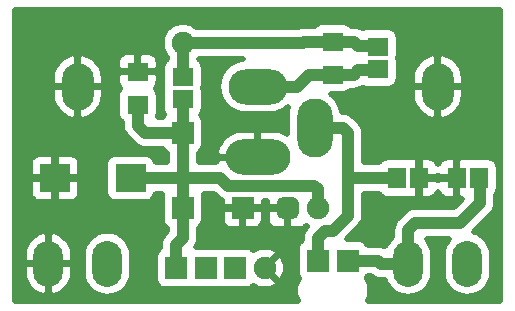
<source format=gbr>
G04 #@! TF.GenerationSoftware,KiCad,Pcbnew,5.1.6-c6e7f7d~87~ubuntu19.10.1*
G04 #@! TF.CreationDate,2022-07-30T15:18:02+06:00*
G04 #@! TF.ProjectId,1590N1_connector_board_r1b,31353930-4e31-45f6-936f-6e6e6563746f,1B*
G04 #@! TF.SameCoordinates,Original*
G04 #@! TF.FileFunction,Copper,L1,Top*
G04 #@! TF.FilePolarity,Positive*
%FSLAX46Y46*%
G04 Gerber Fmt 4.6, Leading zero omitted, Abs format (unit mm)*
G04 Created by KiCad (PCBNEW 5.1.6-c6e7f7d~87~ubuntu19.10.1) date 2022-07-30 15:18:02*
%MOMM*%
%LPD*%
G01*
G04 APERTURE LIST*
G04 #@! TA.AperFunction,SMDPad,CuDef*
%ADD10R,1.800000X1.600000*%
G04 #@! TD*
G04 #@! TA.AperFunction,SMDPad,CuDef*
%ADD11R,1.600000X1.800000*%
G04 #@! TD*
G04 #@! TA.AperFunction,ComponentPad*
%ADD12R,1.900000X1.900000*%
G04 #@! TD*
G04 #@! TA.AperFunction,ComponentPad*
%ADD13C,1.900000*%
G04 #@! TD*
G04 #@! TA.AperFunction,ComponentPad*
%ADD14O,5.000000X3.000000*%
G04 #@! TD*
G04 #@! TA.AperFunction,ComponentPad*
%ADD15O,3.000000X5.000000*%
G04 #@! TD*
G04 #@! TA.AperFunction,ComponentPad*
%ADD16O,5.500000X3.000000*%
G04 #@! TD*
G04 #@! TA.AperFunction,ComponentPad*
%ADD17O,2.700000X4.000000*%
G04 #@! TD*
G04 #@! TA.AperFunction,ComponentPad*
%ADD18O,2.500000X3.900000*%
G04 #@! TD*
G04 #@! TA.AperFunction,SMDPad,CuDef*
%ADD19R,2.600000X2.400000*%
G04 #@! TD*
G04 #@! TA.AperFunction,Conductor*
%ADD20C,1.000000*%
G04 #@! TD*
G04 #@! TA.AperFunction,Conductor*
%ADD21C,0.500000*%
G04 #@! TD*
G04 APERTURE END LIST*
D10*
X99060000Y-141925000D03*
X99060000Y-143825000D03*
X115570000Y-141285000D03*
X115570000Y-139385000D03*
D11*
X117160000Y-150495000D03*
X119060000Y-150495000D03*
X124140000Y-150495000D03*
X122240000Y-150495000D03*
D12*
X113030000Y-157480000D03*
G04 #@! TA.AperFunction,ComponentPad*
G36*
G01*
X108900000Y-152655000D02*
X108900000Y-153415000D01*
G75*
G02*
X108330000Y-153985000I-570000J0D01*
G01*
X107570000Y-153985000D01*
G75*
G02*
X107000000Y-153415000I0J570000D01*
G01*
X107000000Y-152655000D01*
G75*
G02*
X107570000Y-152085000I570000J0D01*
G01*
X108330000Y-152085000D01*
G75*
G02*
X108900000Y-152655000I0J-570000D01*
G01*
G37*
G04 #@! TD.AperFunction*
D13*
X110490000Y-153035000D03*
D12*
X110490000Y-157480000D03*
X99060000Y-153035000D03*
X104140000Y-153035000D03*
D13*
X105985000Y-158115000D03*
D12*
X103485000Y-158115000D03*
X100985000Y-158115000D03*
X98485000Y-158115000D03*
X99060000Y-146685000D03*
D13*
X99060000Y-139065000D03*
D14*
X105410000Y-142755000D03*
D15*
X110210000Y-146255000D03*
D16*
X105410000Y-148755000D03*
D17*
X90170000Y-142755000D03*
D18*
X92670000Y-157755000D03*
X87670000Y-157755000D03*
X118150000Y-157755000D03*
X123150000Y-157755000D03*
D17*
X120650000Y-142755000D03*
D10*
X95250000Y-141475000D03*
X95250000Y-144275000D03*
X111760000Y-141735000D03*
X111760000Y-138935000D03*
D19*
X94640000Y-150495000D03*
X88240000Y-150495000D03*
D20*
X113030000Y-146685000D02*
X113030000Y-150495000D01*
X112600000Y-146255000D02*
X113030000Y-146685000D01*
X110210000Y-146255000D02*
X112600000Y-146255000D01*
X117060000Y-150495000D02*
X113030000Y-150495000D01*
X110490000Y-155575000D02*
X110490000Y-157480000D01*
X111125000Y-154940000D02*
X110490000Y-155575000D01*
X111760000Y-154940000D02*
X111125000Y-154940000D01*
X113030000Y-153670000D02*
X111760000Y-154940000D01*
X113030000Y-150495000D02*
X113030000Y-153670000D01*
X118150000Y-157755000D02*
X115845000Y-157755000D01*
X115570000Y-157480000D02*
X115845000Y-157755000D01*
X113030000Y-157480000D02*
X115570000Y-157480000D01*
X124240000Y-152620000D02*
X124240000Y-150495000D01*
X122555000Y-154305000D02*
X124240000Y-152620000D01*
X118745000Y-154305000D02*
X122555000Y-154305000D01*
X118150000Y-154900000D02*
X118745000Y-154305000D01*
X118150000Y-157755000D02*
X118150000Y-154900000D01*
X99060000Y-143925000D02*
X99060000Y-146685000D01*
X99060000Y-153035000D02*
X99060000Y-155575000D01*
X98485000Y-156150000D02*
X99060000Y-155575000D01*
X98485000Y-158115000D02*
X98485000Y-156150000D01*
X94640000Y-150495000D02*
X99060000Y-150495000D01*
X99060000Y-150495000D02*
X99060000Y-153035000D01*
X99060000Y-146685000D02*
X99060000Y-150495000D01*
X110490000Y-151447500D02*
X110490000Y-153035000D01*
X110172500Y-151130000D02*
X110490000Y-151447500D01*
X102870000Y-151130000D02*
X110172500Y-151130000D01*
X102235000Y-150495000D02*
X102870000Y-151130000D01*
X99060000Y-150495000D02*
X102235000Y-150495000D01*
X95250000Y-144275000D02*
X95250000Y-146050000D01*
X95250000Y-146050000D02*
X95885000Y-146685000D01*
X99060000Y-146685000D02*
X95885000Y-146685000D01*
X99060000Y-141825000D02*
X99060000Y-139065000D01*
X109220000Y-139065000D02*
X99060000Y-139065000D01*
X115570000Y-139285000D02*
X113885000Y-139285000D01*
X113535000Y-138935000D02*
X113885000Y-139285000D01*
X111760000Y-138935000D02*
X113535000Y-138935000D01*
X109350000Y-138935000D02*
X109220000Y-139065000D01*
X111760000Y-138935000D02*
X109350000Y-138935000D01*
X105410000Y-142755000D02*
X108705000Y-142755000D01*
X115570000Y-141385000D02*
X113885000Y-141385000D01*
X113535000Y-141735000D02*
X113885000Y-141385000D01*
X111760000Y-141735000D02*
X113535000Y-141735000D01*
X109725000Y-141735000D02*
X108705000Y-142755000D01*
X111760000Y-141735000D02*
X109725000Y-141735000D01*
D21*
G36*
X125950001Y-160875000D02*
G01*
X114744034Y-160875000D01*
X114867325Y-160577347D01*
X114940755Y-160208193D01*
X114940755Y-159831807D01*
X114867325Y-159462653D01*
X114723289Y-159114918D01*
X114630933Y-158976697D01*
X114690168Y-158904519D01*
X114730000Y-158830000D01*
X115026874Y-158830000D01*
X115091351Y-158882915D01*
X115325878Y-159008272D01*
X115580354Y-159085467D01*
X115778679Y-159105000D01*
X115778681Y-159105000D01*
X115845000Y-159111532D01*
X115911319Y-159105000D01*
X116152681Y-159105000D01*
X116200466Y-159262524D01*
X116395466Y-159627343D01*
X116657892Y-159947109D01*
X116977658Y-160209535D01*
X117342477Y-160404535D01*
X117738329Y-160524615D01*
X118150000Y-160565161D01*
X118561672Y-160524615D01*
X118957524Y-160404535D01*
X119322343Y-160209535D01*
X119642109Y-159947109D01*
X119904535Y-159627343D01*
X120099535Y-159262524D01*
X120219615Y-158866671D01*
X120250000Y-158558166D01*
X120250000Y-156951833D01*
X120219615Y-156643328D01*
X120099535Y-156247476D01*
X119904535Y-155882657D01*
X119717701Y-155655000D01*
X121582299Y-155655000D01*
X121395465Y-155882657D01*
X121200465Y-156247477D01*
X121080385Y-156643329D01*
X121050000Y-156951834D01*
X121050000Y-158558167D01*
X121080385Y-158866672D01*
X121200466Y-159262524D01*
X121395466Y-159627343D01*
X121657892Y-159947109D01*
X121977658Y-160209535D01*
X122342477Y-160404535D01*
X122738329Y-160524615D01*
X123150000Y-160565161D01*
X123561672Y-160524615D01*
X123957524Y-160404535D01*
X124322343Y-160209535D01*
X124642109Y-159947109D01*
X124904535Y-159627343D01*
X125099535Y-159262524D01*
X125219615Y-158866671D01*
X125250000Y-158558166D01*
X125250000Y-156951833D01*
X125219615Y-156643328D01*
X125099535Y-156247476D01*
X124904535Y-155882657D01*
X124642109Y-155562891D01*
X124322343Y-155300465D01*
X123957523Y-155105465D01*
X123732103Y-155037085D01*
X125147706Y-153621483D01*
X125199212Y-153579213D01*
X125241483Y-153527706D01*
X125241490Y-153527699D01*
X125367915Y-153373650D01*
X125493271Y-153139123D01*
X125493272Y-153139122D01*
X125570467Y-152884646D01*
X125590000Y-152686321D01*
X125590000Y-152686319D01*
X125596532Y-152620000D01*
X125590000Y-152553681D01*
X125590000Y-151942834D01*
X125650168Y-151869519D01*
X125729097Y-151721855D01*
X125777700Y-151561629D01*
X125794112Y-151395000D01*
X125794112Y-149595000D01*
X125777700Y-149428371D01*
X125729097Y-149268145D01*
X125650168Y-149120481D01*
X125543948Y-148991052D01*
X125414519Y-148884832D01*
X125266855Y-148805903D01*
X125106629Y-148757300D01*
X124940000Y-148740888D01*
X123340000Y-148740888D01*
X123190005Y-148755662D01*
X123040000Y-148740887D01*
X122502500Y-148745000D01*
X122290000Y-148957500D01*
X122290000Y-150445000D01*
X122310000Y-150445000D01*
X122310000Y-150545000D01*
X122290000Y-150545000D01*
X122290000Y-152032500D01*
X122502500Y-152245000D01*
X122704267Y-152246544D01*
X121995812Y-152955000D01*
X118811310Y-152955000D01*
X118744999Y-152948469D01*
X118678688Y-152955000D01*
X118678679Y-152955000D01*
X118480354Y-152974533D01*
X118225878Y-153051728D01*
X117991351Y-153177085D01*
X117785787Y-153345787D01*
X117743510Y-153397302D01*
X117242299Y-153898513D01*
X117190788Y-153940787D01*
X117148514Y-153992298D01*
X117148510Y-153992302D01*
X117022085Y-154146351D01*
X116896729Y-154380878D01*
X116819534Y-154635354D01*
X116793468Y-154900000D01*
X116800001Y-154966329D01*
X116800001Y-155446264D01*
X116657891Y-155562891D01*
X116395465Y-155882657D01*
X116200465Y-156247477D01*
X116190346Y-156280833D01*
X116089122Y-156226728D01*
X115834646Y-156149533D01*
X115636321Y-156130000D01*
X115636319Y-156130000D01*
X115570000Y-156123468D01*
X115503681Y-156130000D01*
X114730000Y-156130000D01*
X114690168Y-156055481D01*
X114583948Y-155926052D01*
X114454519Y-155819832D01*
X114306855Y-155740903D01*
X114146629Y-155692300D01*
X113980000Y-155675888D01*
X112933300Y-155675888D01*
X113937702Y-154671487D01*
X113989213Y-154629213D01*
X114031487Y-154577702D01*
X114031490Y-154577699D01*
X114157915Y-154423650D01*
X114283271Y-154189123D01*
X114283272Y-154189122D01*
X114360467Y-153934646D01*
X114380000Y-153736321D01*
X114380000Y-153736312D01*
X114386531Y-153670001D01*
X114380000Y-153603690D01*
X114380000Y-151845000D01*
X115636726Y-151845000D01*
X115649832Y-151869519D01*
X115756052Y-151998948D01*
X115885481Y-152105168D01*
X116033145Y-152184097D01*
X116193371Y-152232700D01*
X116360000Y-152249112D01*
X117960000Y-152249112D01*
X118109995Y-152234338D01*
X118260000Y-152249113D01*
X118797500Y-152245000D01*
X119010000Y-152032500D01*
X119010000Y-150545000D01*
X119110000Y-150545000D01*
X119110000Y-152032500D01*
X119322500Y-152245000D01*
X119860000Y-152249113D01*
X120026629Y-152232701D01*
X120186855Y-152184098D01*
X120334520Y-152105169D01*
X120463949Y-151998949D01*
X120570169Y-151869520D01*
X120649098Y-151721855D01*
X120650000Y-151718881D01*
X120650902Y-151721855D01*
X120729831Y-151869520D01*
X120836051Y-151998949D01*
X120965480Y-152105169D01*
X121113145Y-152184098D01*
X121273371Y-152232701D01*
X121440000Y-152249113D01*
X121977500Y-152245000D01*
X122190000Y-152032500D01*
X122190000Y-150545000D01*
X120802500Y-150545000D01*
X120650000Y-150697500D01*
X120497500Y-150545000D01*
X119110000Y-150545000D01*
X119010000Y-150545000D01*
X118990000Y-150545000D01*
X118990000Y-150445000D01*
X119010000Y-150445000D01*
X119010000Y-148957500D01*
X119110000Y-148957500D01*
X119110000Y-150445000D01*
X120497500Y-150445000D01*
X120650000Y-150292500D01*
X120802500Y-150445000D01*
X122190000Y-150445000D01*
X122190000Y-148957500D01*
X121977500Y-148745000D01*
X121440000Y-148740887D01*
X121273371Y-148757299D01*
X121113145Y-148805902D01*
X120965480Y-148884831D01*
X120836051Y-148991051D01*
X120729831Y-149120480D01*
X120650902Y-149268145D01*
X120650000Y-149271119D01*
X120649098Y-149268145D01*
X120570169Y-149120480D01*
X120463949Y-148991051D01*
X120334520Y-148884831D01*
X120186855Y-148805902D01*
X120026629Y-148757299D01*
X119860000Y-148740887D01*
X119322500Y-148745000D01*
X119110000Y-148957500D01*
X119010000Y-148957500D01*
X118797500Y-148745000D01*
X118260000Y-148740887D01*
X118109995Y-148755662D01*
X117960000Y-148740888D01*
X116360000Y-148740888D01*
X116193371Y-148757300D01*
X116033145Y-148805903D01*
X115885481Y-148884832D01*
X115756052Y-148991052D01*
X115649832Y-149120481D01*
X115636726Y-149145000D01*
X114380000Y-149145000D01*
X114380000Y-146751319D01*
X114386532Y-146685000D01*
X114370246Y-146519646D01*
X114360467Y-146420354D01*
X114283272Y-146165878D01*
X114157915Y-145931351D01*
X114037945Y-145785168D01*
X114031490Y-145777302D01*
X114031487Y-145777299D01*
X113989212Y-145725787D01*
X113937701Y-145683513D01*
X113601491Y-145347303D01*
X113559213Y-145295787D01*
X113353649Y-145127085D01*
X113119122Y-145001728D01*
X112864646Y-144924533D01*
X112666321Y-144905000D01*
X112666319Y-144905000D01*
X112600000Y-144898468D01*
X112536867Y-144904686D01*
X112525997Y-144794320D01*
X112391621Y-144351343D01*
X112173407Y-143943093D01*
X111879741Y-143585259D01*
X111640734Y-143389112D01*
X112660000Y-143389112D01*
X112826629Y-143372700D01*
X112986855Y-143324097D01*
X113134519Y-143245168D01*
X113263948Y-143138948D01*
X113308222Y-143085000D01*
X113468681Y-143085000D01*
X113535000Y-143091532D01*
X113601319Y-143085000D01*
X113601321Y-143085000D01*
X113799646Y-143065467D01*
X114054122Y-142988272D01*
X114288649Y-142862915D01*
X114301892Y-142852047D01*
X114343145Y-142874097D01*
X114503371Y-142922700D01*
X114670000Y-142939112D01*
X116470000Y-142939112D01*
X116636629Y-142922700D01*
X116796855Y-142874097D01*
X116926124Y-142805000D01*
X118450000Y-142805000D01*
X118450000Y-143455000D01*
X118502027Y-143883238D01*
X118636599Y-144293098D01*
X118848545Y-144668828D01*
X119129720Y-144995990D01*
X119469319Y-145262011D01*
X119854290Y-145456668D01*
X120256549Y-145569532D01*
X120600000Y-145391871D01*
X120600000Y-142805000D01*
X120700000Y-142805000D01*
X120700000Y-145391871D01*
X121043451Y-145569532D01*
X121445710Y-145456668D01*
X121830681Y-145262011D01*
X122170280Y-144995990D01*
X122451455Y-144668828D01*
X122663401Y-144293098D01*
X122797973Y-143883238D01*
X122850000Y-143455000D01*
X122850000Y-142805000D01*
X120700000Y-142805000D01*
X120600000Y-142805000D01*
X118450000Y-142805000D01*
X116926124Y-142805000D01*
X116944519Y-142795168D01*
X117073948Y-142688948D01*
X117180168Y-142559519D01*
X117259097Y-142411855D01*
X117307700Y-142251629D01*
X117324112Y-142085000D01*
X117324112Y-142055000D01*
X118450000Y-142055000D01*
X118450000Y-142705000D01*
X120600000Y-142705000D01*
X120600000Y-140118129D01*
X120700000Y-140118129D01*
X120700000Y-142705000D01*
X122850000Y-142705000D01*
X122850000Y-142055000D01*
X122797973Y-141626762D01*
X122663401Y-141216902D01*
X122451455Y-140841172D01*
X122170280Y-140514010D01*
X121830681Y-140247989D01*
X121445710Y-140053332D01*
X121043451Y-139940468D01*
X120700000Y-140118129D01*
X120600000Y-140118129D01*
X120256549Y-139940468D01*
X119854290Y-140053332D01*
X119469319Y-140247989D01*
X119129720Y-140514010D01*
X118848545Y-140841172D01*
X118636599Y-141216902D01*
X118502027Y-141626762D01*
X118450000Y-142055000D01*
X117324112Y-142055000D01*
X117324112Y-140485000D01*
X117309338Y-140335000D01*
X117324112Y-140185000D01*
X117324112Y-138585000D01*
X117307700Y-138418371D01*
X117259097Y-138258145D01*
X117180168Y-138110481D01*
X117073948Y-137981052D01*
X116944519Y-137874832D01*
X116796855Y-137795903D01*
X116636629Y-137747300D01*
X116470000Y-137730888D01*
X114670000Y-137730888D01*
X114503371Y-137747300D01*
X114343145Y-137795903D01*
X114301892Y-137817953D01*
X114288649Y-137807085D01*
X114054122Y-137681728D01*
X113799646Y-137604533D01*
X113601321Y-137585000D01*
X113601319Y-137585000D01*
X113535000Y-137578468D01*
X113468681Y-137585000D01*
X113308222Y-137585000D01*
X113263948Y-137531052D01*
X113134519Y-137424832D01*
X112986855Y-137345903D01*
X112826629Y-137297300D01*
X112660000Y-137280888D01*
X110860000Y-137280888D01*
X110693371Y-137297300D01*
X110533145Y-137345903D01*
X110385481Y-137424832D01*
X110256052Y-137531052D01*
X110211778Y-137585000D01*
X109416319Y-137585000D01*
X109350000Y-137578468D01*
X109283681Y-137585000D01*
X109283679Y-137585000D01*
X109085354Y-137604533D01*
X108830878Y-137681728D01*
X108768630Y-137715000D01*
X100255584Y-137715000D01*
X100207433Y-137666849D01*
X99912620Y-137469861D01*
X99585041Y-137334173D01*
X99237284Y-137265000D01*
X98882716Y-137265000D01*
X98534959Y-137334173D01*
X98207380Y-137469861D01*
X97912567Y-137666849D01*
X97661849Y-137917567D01*
X97464861Y-138212380D01*
X97329173Y-138539959D01*
X97260000Y-138887716D01*
X97260000Y-139242284D01*
X97329173Y-139590041D01*
X97464861Y-139917620D01*
X97661849Y-140212433D01*
X97710001Y-140260585D01*
X97710001Y-140401726D01*
X97685481Y-140414832D01*
X97556052Y-140521052D01*
X97449832Y-140650481D01*
X97370903Y-140798145D01*
X97322300Y-140958371D01*
X97305888Y-141125000D01*
X97305888Y-142725000D01*
X97320662Y-142875000D01*
X97305888Y-143025000D01*
X97305888Y-144625000D01*
X97322300Y-144791629D01*
X97370903Y-144951855D01*
X97449832Y-145099519D01*
X97490881Y-145149538D01*
X97399832Y-145260481D01*
X97360000Y-145335000D01*
X96959377Y-145335000D01*
X96987700Y-145241629D01*
X97004112Y-145075000D01*
X97004112Y-143475000D01*
X96987700Y-143308371D01*
X96939097Y-143148145D01*
X96860168Y-143000481D01*
X96757189Y-142875001D01*
X96860169Y-142749520D01*
X96939098Y-142601855D01*
X96987701Y-142441629D01*
X97004113Y-142275000D01*
X97000000Y-141737500D01*
X96787500Y-141525000D01*
X95300000Y-141525000D01*
X95300000Y-141545000D01*
X95200000Y-141545000D01*
X95200000Y-141525000D01*
X93712500Y-141525000D01*
X93500000Y-141737500D01*
X93495887Y-142275000D01*
X93512299Y-142441629D01*
X93560902Y-142601855D01*
X93639831Y-142749520D01*
X93742811Y-142875001D01*
X93639832Y-143000481D01*
X93560903Y-143148145D01*
X93512300Y-143308371D01*
X93495888Y-143475000D01*
X93495888Y-145075000D01*
X93512300Y-145241629D01*
X93560903Y-145401855D01*
X93639832Y-145549519D01*
X93746052Y-145678948D01*
X93875481Y-145785168D01*
X93900000Y-145798274D01*
X93900000Y-145983681D01*
X93893468Y-146050000D01*
X93919534Y-146314646D01*
X93996729Y-146569122D01*
X94122085Y-146803649D01*
X94248510Y-146957698D01*
X94248514Y-146957702D01*
X94290788Y-147009213D01*
X94342300Y-147051487D01*
X94883505Y-147592692D01*
X94925787Y-147644213D01*
X95131351Y-147812915D01*
X95248615Y-147875594D01*
X95365877Y-147938272D01*
X95425105Y-147956239D01*
X95620354Y-148015467D01*
X95818679Y-148035000D01*
X95818681Y-148035000D01*
X95885000Y-148041532D01*
X95951319Y-148035000D01*
X97360000Y-148035000D01*
X97399832Y-148109519D01*
X97506052Y-148238948D01*
X97635481Y-148345168D01*
X97710000Y-148385000D01*
X97710001Y-149145000D01*
X96779338Y-149145000D01*
X96777700Y-149128371D01*
X96729097Y-148968145D01*
X96650168Y-148820481D01*
X96543948Y-148691052D01*
X96414519Y-148584832D01*
X96266855Y-148505903D01*
X96106629Y-148457300D01*
X95940000Y-148440888D01*
X93340000Y-148440888D01*
X93173371Y-148457300D01*
X93013145Y-148505903D01*
X92865481Y-148584832D01*
X92736052Y-148691052D01*
X92629832Y-148820481D01*
X92550903Y-148968145D01*
X92502300Y-149128371D01*
X92485888Y-149295000D01*
X92485888Y-151695000D01*
X92502300Y-151861629D01*
X92550903Y-152021855D01*
X92629832Y-152169519D01*
X92736052Y-152298948D01*
X92865481Y-152405168D01*
X93013145Y-152484097D01*
X93173371Y-152532700D01*
X93340000Y-152549112D01*
X95940000Y-152549112D01*
X96106629Y-152532700D01*
X96266855Y-152484097D01*
X96414519Y-152405168D01*
X96543948Y-152298948D01*
X96650168Y-152169519D01*
X96729097Y-152021855D01*
X96777700Y-151861629D01*
X96779338Y-151845000D01*
X97294556Y-151845000D01*
X97272300Y-151918371D01*
X97255888Y-152085000D01*
X97255888Y-153985000D01*
X97272300Y-154151629D01*
X97320903Y-154311855D01*
X97399832Y-154459519D01*
X97506052Y-154588948D01*
X97635481Y-154695168D01*
X97710001Y-154735000D01*
X97710001Y-155015812D01*
X97577300Y-155148512D01*
X97525788Y-155190787D01*
X97483514Y-155242298D01*
X97483510Y-155242302D01*
X97357085Y-155396351D01*
X97231729Y-155630878D01*
X97154534Y-155885354D01*
X97128468Y-156150000D01*
X97135001Y-156216328D01*
X97135001Y-156415000D01*
X97060481Y-156454832D01*
X96931052Y-156561052D01*
X96824832Y-156690481D01*
X96745903Y-156838145D01*
X96697300Y-156998371D01*
X96680888Y-157165000D01*
X96680888Y-159065000D01*
X96697300Y-159231629D01*
X96745903Y-159391855D01*
X96824832Y-159539519D01*
X96931052Y-159668948D01*
X97060481Y-159775168D01*
X97208145Y-159854097D01*
X97368371Y-159902700D01*
X97535000Y-159919112D01*
X99435000Y-159919112D01*
X99601629Y-159902700D01*
X99735000Y-159862243D01*
X99868371Y-159902700D01*
X100035000Y-159919112D01*
X101935000Y-159919112D01*
X102101629Y-159902700D01*
X102235000Y-159862243D01*
X102368371Y-159902700D01*
X102535000Y-159919112D01*
X104435000Y-159919112D01*
X104601629Y-159902700D01*
X104761855Y-159854097D01*
X104909519Y-159775168D01*
X105038948Y-159668948D01*
X105050233Y-159655197D01*
X105273463Y-159777873D01*
X105611545Y-159884735D01*
X105963979Y-159923587D01*
X106317221Y-159892936D01*
X106657695Y-159793961D01*
X106972318Y-159630463D01*
X107007276Y-159607107D01*
X107077781Y-159278492D01*
X105985000Y-158185711D01*
X105970858Y-158199853D01*
X105900147Y-158129142D01*
X105914289Y-158115000D01*
X106055711Y-158115000D01*
X107148492Y-159207781D01*
X107477107Y-159137276D01*
X107647873Y-158826537D01*
X107754735Y-158488455D01*
X107793587Y-158136021D01*
X107762936Y-157782779D01*
X107663961Y-157442305D01*
X107500463Y-157127682D01*
X107477107Y-157092724D01*
X107148492Y-157022219D01*
X106055711Y-158115000D01*
X105914289Y-158115000D01*
X105900147Y-158100858D01*
X105970858Y-158030147D01*
X105985000Y-158044289D01*
X107077781Y-156951508D01*
X107007276Y-156622893D01*
X106696537Y-156452127D01*
X106358455Y-156345265D01*
X106006021Y-156306413D01*
X105652779Y-156337064D01*
X105312305Y-156436039D01*
X105048752Y-156572998D01*
X105038948Y-156561052D01*
X104909519Y-156454832D01*
X104761855Y-156375903D01*
X104601629Y-156327300D01*
X104435000Y-156310888D01*
X102535000Y-156310888D01*
X102368371Y-156327300D01*
X102235000Y-156367757D01*
X102101629Y-156327300D01*
X101935000Y-156310888D01*
X100197408Y-156310888D01*
X100313272Y-156094122D01*
X100390467Y-155839646D01*
X100410000Y-155641321D01*
X100410000Y-155641319D01*
X100416532Y-155575000D01*
X100410000Y-155508679D01*
X100410000Y-154735000D01*
X100484519Y-154695168D01*
X100613948Y-154588948D01*
X100720168Y-154459519D01*
X100799097Y-154311855D01*
X100847700Y-154151629D01*
X100864112Y-153985000D01*
X102335887Y-153985000D01*
X102352299Y-154151629D01*
X102400902Y-154311855D01*
X102479831Y-154459520D01*
X102586051Y-154588949D01*
X102715480Y-154695169D01*
X102863145Y-154774098D01*
X103023371Y-154822701D01*
X103190000Y-154839113D01*
X103877500Y-154835000D01*
X104090000Y-154622500D01*
X104090000Y-153085000D01*
X104190000Y-153085000D01*
X104190000Y-154622500D01*
X104402500Y-154835000D01*
X105090000Y-154839113D01*
X105256629Y-154822701D01*
X105416855Y-154774098D01*
X105564520Y-154695169D01*
X105693949Y-154588949D01*
X105800169Y-154459520D01*
X105879098Y-154311855D01*
X105927701Y-154151629D01*
X105944113Y-153985000D01*
X106145887Y-153985000D01*
X106162299Y-154151629D01*
X106210902Y-154311855D01*
X106289831Y-154459520D01*
X106396051Y-154588949D01*
X106525480Y-154695169D01*
X106673145Y-154774098D01*
X106833371Y-154822701D01*
X107000000Y-154839113D01*
X107687500Y-154835000D01*
X107900000Y-154622500D01*
X107900000Y-153085000D01*
X106362500Y-153085000D01*
X106150000Y-153297500D01*
X106145887Y-153985000D01*
X105944113Y-153985000D01*
X105940000Y-153297500D01*
X105727500Y-153085000D01*
X104190000Y-153085000D01*
X104090000Y-153085000D01*
X102552500Y-153085000D01*
X102340000Y-153297500D01*
X102335887Y-153985000D01*
X100864112Y-153985000D01*
X100864112Y-152085000D01*
X100847700Y-151918371D01*
X100825444Y-151845000D01*
X101675813Y-151845000D01*
X101868505Y-152037692D01*
X101910787Y-152089213D01*
X102116351Y-152257915D01*
X102233614Y-152320593D01*
X102337629Y-152376191D01*
X102340000Y-152772500D01*
X102552500Y-152985000D01*
X104090000Y-152985000D01*
X104090000Y-152965000D01*
X104190000Y-152965000D01*
X104190000Y-152985000D01*
X105727500Y-152985000D01*
X105940000Y-152772500D01*
X105941750Y-152480000D01*
X106148250Y-152480000D01*
X106150000Y-152772500D01*
X106362500Y-152985000D01*
X107900000Y-152985000D01*
X107900000Y-152965000D01*
X108000000Y-152965000D01*
X108000000Y-152985000D01*
X108020000Y-152985000D01*
X108020000Y-153085000D01*
X108000000Y-153085000D01*
X108000000Y-154622500D01*
X108212500Y-154835000D01*
X108900000Y-154839113D01*
X109066629Y-154822701D01*
X109226855Y-154774098D01*
X109374520Y-154695169D01*
X109503949Y-154588949D01*
X109529372Y-154557971D01*
X109568985Y-154584439D01*
X109530787Y-154615788D01*
X109488513Y-154667299D01*
X109488510Y-154667302D01*
X109362085Y-154821351D01*
X109321796Y-154896728D01*
X109236728Y-155055879D01*
X109159533Y-155310355D01*
X109148821Y-155419122D01*
X109133468Y-155575000D01*
X109140000Y-155641320D01*
X109140000Y-155780000D01*
X109065481Y-155819832D01*
X108936052Y-155926052D01*
X108829832Y-156055481D01*
X108750903Y-156203145D01*
X108702300Y-156363371D01*
X108685888Y-156530000D01*
X108685888Y-158430000D01*
X108702300Y-158596629D01*
X108750903Y-158756855D01*
X108829832Y-158904519D01*
X108889067Y-158976697D01*
X108796711Y-159114918D01*
X108652675Y-159462653D01*
X108579245Y-159831807D01*
X108579245Y-160208193D01*
X108652675Y-160577347D01*
X108775966Y-160875000D01*
X84870000Y-160875000D01*
X84870000Y-157805000D01*
X85570000Y-157805000D01*
X85570000Y-158505000D01*
X85620105Y-158913729D01*
X85748987Y-159304829D01*
X85951692Y-159663271D01*
X86220431Y-159975280D01*
X86544876Y-160228865D01*
X86912559Y-160414281D01*
X87292196Y-160520736D01*
X87620000Y-160341838D01*
X87620000Y-157805000D01*
X87720000Y-157805000D01*
X87720000Y-160341838D01*
X88047804Y-160520736D01*
X88427441Y-160414281D01*
X88795124Y-160228865D01*
X89119569Y-159975280D01*
X89388308Y-159663271D01*
X89591013Y-159304829D01*
X89719895Y-158913729D01*
X89770000Y-158505000D01*
X89770000Y-157805000D01*
X87720000Y-157805000D01*
X87620000Y-157805000D01*
X85570000Y-157805000D01*
X84870000Y-157805000D01*
X84870000Y-157005000D01*
X85570000Y-157005000D01*
X85570000Y-157705000D01*
X87620000Y-157705000D01*
X87620000Y-155168162D01*
X87720000Y-155168162D01*
X87720000Y-157705000D01*
X89770000Y-157705000D01*
X89770000Y-157005000D01*
X89763483Y-156951834D01*
X90570000Y-156951834D01*
X90570000Y-158558167D01*
X90600385Y-158866672D01*
X90720466Y-159262524D01*
X90915466Y-159627343D01*
X91177892Y-159947109D01*
X91497658Y-160209535D01*
X91862477Y-160404535D01*
X92258329Y-160524615D01*
X92670000Y-160565161D01*
X93081672Y-160524615D01*
X93477524Y-160404535D01*
X93842343Y-160209535D01*
X94162109Y-159947109D01*
X94424535Y-159627343D01*
X94619535Y-159262524D01*
X94739615Y-158866671D01*
X94770000Y-158558166D01*
X94770000Y-156951833D01*
X94739615Y-156643328D01*
X94619535Y-156247476D01*
X94424535Y-155882657D01*
X94162109Y-155562891D01*
X93842343Y-155300465D01*
X93477523Y-155105465D01*
X93081671Y-154985385D01*
X92670000Y-154944839D01*
X92258328Y-154985385D01*
X91862476Y-155105465D01*
X91497657Y-155300465D01*
X91177891Y-155562891D01*
X90915465Y-155882657D01*
X90720465Y-156247477D01*
X90600385Y-156643329D01*
X90570000Y-156951834D01*
X89763483Y-156951834D01*
X89719895Y-156596271D01*
X89591013Y-156205171D01*
X89388308Y-155846729D01*
X89119569Y-155534720D01*
X88795124Y-155281135D01*
X88427441Y-155095719D01*
X88047804Y-154989264D01*
X87720000Y-155168162D01*
X87620000Y-155168162D01*
X87292196Y-154989264D01*
X86912559Y-155095719D01*
X86544876Y-155281135D01*
X86220431Y-155534720D01*
X85951692Y-155846729D01*
X85748987Y-156205171D01*
X85620105Y-156596271D01*
X85570000Y-157005000D01*
X84870000Y-157005000D01*
X84870000Y-151695000D01*
X86085887Y-151695000D01*
X86102299Y-151861629D01*
X86150902Y-152021855D01*
X86229831Y-152169520D01*
X86336051Y-152298949D01*
X86465480Y-152405169D01*
X86613145Y-152484098D01*
X86773371Y-152532701D01*
X86940000Y-152549113D01*
X87977500Y-152545000D01*
X88190000Y-152332500D01*
X88190000Y-150545000D01*
X88290000Y-150545000D01*
X88290000Y-152332500D01*
X88502500Y-152545000D01*
X89540000Y-152549113D01*
X89706629Y-152532701D01*
X89866855Y-152484098D01*
X90014520Y-152405169D01*
X90143949Y-152298949D01*
X90250169Y-152169520D01*
X90329098Y-152021855D01*
X90377701Y-151861629D01*
X90394113Y-151695000D01*
X90390000Y-150757500D01*
X90177500Y-150545000D01*
X88290000Y-150545000D01*
X88190000Y-150545000D01*
X86302500Y-150545000D01*
X86090000Y-150757500D01*
X86085887Y-151695000D01*
X84870000Y-151695000D01*
X84870000Y-149295000D01*
X86085887Y-149295000D01*
X86090000Y-150232500D01*
X86302500Y-150445000D01*
X88190000Y-150445000D01*
X88190000Y-148657500D01*
X88290000Y-148657500D01*
X88290000Y-150445000D01*
X90177500Y-150445000D01*
X90390000Y-150232500D01*
X90394113Y-149295000D01*
X90377701Y-149128371D01*
X90329098Y-148968145D01*
X90250169Y-148820480D01*
X90143949Y-148691051D01*
X90014520Y-148584831D01*
X89866855Y-148505902D01*
X89706629Y-148457299D01*
X89540000Y-148440887D01*
X88502500Y-148445000D01*
X88290000Y-148657500D01*
X88190000Y-148657500D01*
X87977500Y-148445000D01*
X86940000Y-148440887D01*
X86773371Y-148457299D01*
X86613145Y-148505902D01*
X86465480Y-148584831D01*
X86336051Y-148691051D01*
X86229831Y-148820480D01*
X86150902Y-148968145D01*
X86102299Y-149128371D01*
X86085887Y-149295000D01*
X84870000Y-149295000D01*
X84870000Y-142805000D01*
X87970000Y-142805000D01*
X87970000Y-143455000D01*
X88022027Y-143883238D01*
X88156599Y-144293098D01*
X88368545Y-144668828D01*
X88649720Y-144995990D01*
X88989319Y-145262011D01*
X89374290Y-145456668D01*
X89776549Y-145569532D01*
X90120000Y-145391871D01*
X90120000Y-142805000D01*
X90220000Y-142805000D01*
X90220000Y-145391871D01*
X90563451Y-145569532D01*
X90965710Y-145456668D01*
X91350681Y-145262011D01*
X91690280Y-144995990D01*
X91971455Y-144668828D01*
X92183401Y-144293098D01*
X92317973Y-143883238D01*
X92370000Y-143455000D01*
X92370000Y-142805000D01*
X90220000Y-142805000D01*
X90120000Y-142805000D01*
X87970000Y-142805000D01*
X84870000Y-142805000D01*
X84870000Y-142055000D01*
X87970000Y-142055000D01*
X87970000Y-142705000D01*
X90120000Y-142705000D01*
X90120000Y-140118129D01*
X90220000Y-140118129D01*
X90220000Y-142705000D01*
X92370000Y-142705000D01*
X92370000Y-142055000D01*
X92317973Y-141626762D01*
X92183401Y-141216902D01*
X91971455Y-140841172D01*
X91828641Y-140675000D01*
X93495887Y-140675000D01*
X93500000Y-141212500D01*
X93712500Y-141425000D01*
X95200000Y-141425000D01*
X95200000Y-140037500D01*
X95300000Y-140037500D01*
X95300000Y-141425000D01*
X96787500Y-141425000D01*
X97000000Y-141212500D01*
X97004113Y-140675000D01*
X96987701Y-140508371D01*
X96939098Y-140348145D01*
X96860169Y-140200480D01*
X96753949Y-140071051D01*
X96624520Y-139964831D01*
X96476855Y-139885902D01*
X96316629Y-139837299D01*
X96150000Y-139820887D01*
X95512500Y-139825000D01*
X95300000Y-140037500D01*
X95200000Y-140037500D01*
X94987500Y-139825000D01*
X94350000Y-139820887D01*
X94183371Y-139837299D01*
X94023145Y-139885902D01*
X93875480Y-139964831D01*
X93746051Y-140071051D01*
X93639831Y-140200480D01*
X93560902Y-140348145D01*
X93512299Y-140508371D01*
X93495887Y-140675000D01*
X91828641Y-140675000D01*
X91690280Y-140514010D01*
X91350681Y-140247989D01*
X90965710Y-140053332D01*
X90563451Y-139940468D01*
X90220000Y-140118129D01*
X90120000Y-140118129D01*
X89776549Y-139940468D01*
X89374290Y-140053332D01*
X88989319Y-140247989D01*
X88649720Y-140514010D01*
X88368545Y-140841172D01*
X88156599Y-141216902D01*
X88022027Y-141626762D01*
X87970000Y-142055000D01*
X84870000Y-142055000D01*
X84870000Y-136305000D01*
X125950000Y-136305000D01*
X125950001Y-160875000D01*
G37*
X125950001Y-160875000D02*
X114744034Y-160875000D01*
X114867325Y-160577347D01*
X114940755Y-160208193D01*
X114940755Y-159831807D01*
X114867325Y-159462653D01*
X114723289Y-159114918D01*
X114630933Y-158976697D01*
X114690168Y-158904519D01*
X114730000Y-158830000D01*
X115026874Y-158830000D01*
X115091351Y-158882915D01*
X115325878Y-159008272D01*
X115580354Y-159085467D01*
X115778679Y-159105000D01*
X115778681Y-159105000D01*
X115845000Y-159111532D01*
X115911319Y-159105000D01*
X116152681Y-159105000D01*
X116200466Y-159262524D01*
X116395466Y-159627343D01*
X116657892Y-159947109D01*
X116977658Y-160209535D01*
X117342477Y-160404535D01*
X117738329Y-160524615D01*
X118150000Y-160565161D01*
X118561672Y-160524615D01*
X118957524Y-160404535D01*
X119322343Y-160209535D01*
X119642109Y-159947109D01*
X119904535Y-159627343D01*
X120099535Y-159262524D01*
X120219615Y-158866671D01*
X120250000Y-158558166D01*
X120250000Y-156951833D01*
X120219615Y-156643328D01*
X120099535Y-156247476D01*
X119904535Y-155882657D01*
X119717701Y-155655000D01*
X121582299Y-155655000D01*
X121395465Y-155882657D01*
X121200465Y-156247477D01*
X121080385Y-156643329D01*
X121050000Y-156951834D01*
X121050000Y-158558167D01*
X121080385Y-158866672D01*
X121200466Y-159262524D01*
X121395466Y-159627343D01*
X121657892Y-159947109D01*
X121977658Y-160209535D01*
X122342477Y-160404535D01*
X122738329Y-160524615D01*
X123150000Y-160565161D01*
X123561672Y-160524615D01*
X123957524Y-160404535D01*
X124322343Y-160209535D01*
X124642109Y-159947109D01*
X124904535Y-159627343D01*
X125099535Y-159262524D01*
X125219615Y-158866671D01*
X125250000Y-158558166D01*
X125250000Y-156951833D01*
X125219615Y-156643328D01*
X125099535Y-156247476D01*
X124904535Y-155882657D01*
X124642109Y-155562891D01*
X124322343Y-155300465D01*
X123957523Y-155105465D01*
X123732103Y-155037085D01*
X125147706Y-153621483D01*
X125199212Y-153579213D01*
X125241483Y-153527706D01*
X125241490Y-153527699D01*
X125367915Y-153373650D01*
X125493271Y-153139123D01*
X125493272Y-153139122D01*
X125570467Y-152884646D01*
X125590000Y-152686321D01*
X125590000Y-152686319D01*
X125596532Y-152620000D01*
X125590000Y-152553681D01*
X125590000Y-151942834D01*
X125650168Y-151869519D01*
X125729097Y-151721855D01*
X125777700Y-151561629D01*
X125794112Y-151395000D01*
X125794112Y-149595000D01*
X125777700Y-149428371D01*
X125729097Y-149268145D01*
X125650168Y-149120481D01*
X125543948Y-148991052D01*
X125414519Y-148884832D01*
X125266855Y-148805903D01*
X125106629Y-148757300D01*
X124940000Y-148740888D01*
X123340000Y-148740888D01*
X123190005Y-148755662D01*
X123040000Y-148740887D01*
X122502500Y-148745000D01*
X122290000Y-148957500D01*
X122290000Y-150445000D01*
X122310000Y-150445000D01*
X122310000Y-150545000D01*
X122290000Y-150545000D01*
X122290000Y-152032500D01*
X122502500Y-152245000D01*
X122704267Y-152246544D01*
X121995812Y-152955000D01*
X118811310Y-152955000D01*
X118744999Y-152948469D01*
X118678688Y-152955000D01*
X118678679Y-152955000D01*
X118480354Y-152974533D01*
X118225878Y-153051728D01*
X117991351Y-153177085D01*
X117785787Y-153345787D01*
X117743510Y-153397302D01*
X117242299Y-153898513D01*
X117190788Y-153940787D01*
X117148514Y-153992298D01*
X117148510Y-153992302D01*
X117022085Y-154146351D01*
X116896729Y-154380878D01*
X116819534Y-154635354D01*
X116793468Y-154900000D01*
X116800001Y-154966329D01*
X116800001Y-155446264D01*
X116657891Y-155562891D01*
X116395465Y-155882657D01*
X116200465Y-156247477D01*
X116190346Y-156280833D01*
X116089122Y-156226728D01*
X115834646Y-156149533D01*
X115636321Y-156130000D01*
X115636319Y-156130000D01*
X115570000Y-156123468D01*
X115503681Y-156130000D01*
X114730000Y-156130000D01*
X114690168Y-156055481D01*
X114583948Y-155926052D01*
X114454519Y-155819832D01*
X114306855Y-155740903D01*
X114146629Y-155692300D01*
X113980000Y-155675888D01*
X112933300Y-155675888D01*
X113937702Y-154671487D01*
X113989213Y-154629213D01*
X114031487Y-154577702D01*
X114031490Y-154577699D01*
X114157915Y-154423650D01*
X114283271Y-154189123D01*
X114283272Y-154189122D01*
X114360467Y-153934646D01*
X114380000Y-153736321D01*
X114380000Y-153736312D01*
X114386531Y-153670001D01*
X114380000Y-153603690D01*
X114380000Y-151845000D01*
X115636726Y-151845000D01*
X115649832Y-151869519D01*
X115756052Y-151998948D01*
X115885481Y-152105168D01*
X116033145Y-152184097D01*
X116193371Y-152232700D01*
X116360000Y-152249112D01*
X117960000Y-152249112D01*
X118109995Y-152234338D01*
X118260000Y-152249113D01*
X118797500Y-152245000D01*
X119010000Y-152032500D01*
X119010000Y-150545000D01*
X119110000Y-150545000D01*
X119110000Y-152032500D01*
X119322500Y-152245000D01*
X119860000Y-152249113D01*
X120026629Y-152232701D01*
X120186855Y-152184098D01*
X120334520Y-152105169D01*
X120463949Y-151998949D01*
X120570169Y-151869520D01*
X120649098Y-151721855D01*
X120650000Y-151718881D01*
X120650902Y-151721855D01*
X120729831Y-151869520D01*
X120836051Y-151998949D01*
X120965480Y-152105169D01*
X121113145Y-152184098D01*
X121273371Y-152232701D01*
X121440000Y-152249113D01*
X121977500Y-152245000D01*
X122190000Y-152032500D01*
X122190000Y-150545000D01*
X120802500Y-150545000D01*
X120650000Y-150697500D01*
X120497500Y-150545000D01*
X119110000Y-150545000D01*
X119010000Y-150545000D01*
X118990000Y-150545000D01*
X118990000Y-150445000D01*
X119010000Y-150445000D01*
X119010000Y-148957500D01*
X119110000Y-148957500D01*
X119110000Y-150445000D01*
X120497500Y-150445000D01*
X120650000Y-150292500D01*
X120802500Y-150445000D01*
X122190000Y-150445000D01*
X122190000Y-148957500D01*
X121977500Y-148745000D01*
X121440000Y-148740887D01*
X121273371Y-148757299D01*
X121113145Y-148805902D01*
X120965480Y-148884831D01*
X120836051Y-148991051D01*
X120729831Y-149120480D01*
X120650902Y-149268145D01*
X120650000Y-149271119D01*
X120649098Y-149268145D01*
X120570169Y-149120480D01*
X120463949Y-148991051D01*
X120334520Y-148884831D01*
X120186855Y-148805902D01*
X120026629Y-148757299D01*
X119860000Y-148740887D01*
X119322500Y-148745000D01*
X119110000Y-148957500D01*
X119010000Y-148957500D01*
X118797500Y-148745000D01*
X118260000Y-148740887D01*
X118109995Y-148755662D01*
X117960000Y-148740888D01*
X116360000Y-148740888D01*
X116193371Y-148757300D01*
X116033145Y-148805903D01*
X115885481Y-148884832D01*
X115756052Y-148991052D01*
X115649832Y-149120481D01*
X115636726Y-149145000D01*
X114380000Y-149145000D01*
X114380000Y-146751319D01*
X114386532Y-146685000D01*
X114370246Y-146519646D01*
X114360467Y-146420354D01*
X114283272Y-146165878D01*
X114157915Y-145931351D01*
X114037945Y-145785168D01*
X114031490Y-145777302D01*
X114031487Y-145777299D01*
X113989212Y-145725787D01*
X113937701Y-145683513D01*
X113601491Y-145347303D01*
X113559213Y-145295787D01*
X113353649Y-145127085D01*
X113119122Y-145001728D01*
X112864646Y-144924533D01*
X112666321Y-144905000D01*
X112666319Y-144905000D01*
X112600000Y-144898468D01*
X112536867Y-144904686D01*
X112525997Y-144794320D01*
X112391621Y-144351343D01*
X112173407Y-143943093D01*
X111879741Y-143585259D01*
X111640734Y-143389112D01*
X112660000Y-143389112D01*
X112826629Y-143372700D01*
X112986855Y-143324097D01*
X113134519Y-143245168D01*
X113263948Y-143138948D01*
X113308222Y-143085000D01*
X113468681Y-143085000D01*
X113535000Y-143091532D01*
X113601319Y-143085000D01*
X113601321Y-143085000D01*
X113799646Y-143065467D01*
X114054122Y-142988272D01*
X114288649Y-142862915D01*
X114301892Y-142852047D01*
X114343145Y-142874097D01*
X114503371Y-142922700D01*
X114670000Y-142939112D01*
X116470000Y-142939112D01*
X116636629Y-142922700D01*
X116796855Y-142874097D01*
X116926124Y-142805000D01*
X118450000Y-142805000D01*
X118450000Y-143455000D01*
X118502027Y-143883238D01*
X118636599Y-144293098D01*
X118848545Y-144668828D01*
X119129720Y-144995990D01*
X119469319Y-145262011D01*
X119854290Y-145456668D01*
X120256549Y-145569532D01*
X120600000Y-145391871D01*
X120600000Y-142805000D01*
X120700000Y-142805000D01*
X120700000Y-145391871D01*
X121043451Y-145569532D01*
X121445710Y-145456668D01*
X121830681Y-145262011D01*
X122170280Y-144995990D01*
X122451455Y-144668828D01*
X122663401Y-144293098D01*
X122797973Y-143883238D01*
X122850000Y-143455000D01*
X122850000Y-142805000D01*
X120700000Y-142805000D01*
X120600000Y-142805000D01*
X118450000Y-142805000D01*
X116926124Y-142805000D01*
X116944519Y-142795168D01*
X117073948Y-142688948D01*
X117180168Y-142559519D01*
X117259097Y-142411855D01*
X117307700Y-142251629D01*
X117324112Y-142085000D01*
X117324112Y-142055000D01*
X118450000Y-142055000D01*
X118450000Y-142705000D01*
X120600000Y-142705000D01*
X120600000Y-140118129D01*
X120700000Y-140118129D01*
X120700000Y-142705000D01*
X122850000Y-142705000D01*
X122850000Y-142055000D01*
X122797973Y-141626762D01*
X122663401Y-141216902D01*
X122451455Y-140841172D01*
X122170280Y-140514010D01*
X121830681Y-140247989D01*
X121445710Y-140053332D01*
X121043451Y-139940468D01*
X120700000Y-140118129D01*
X120600000Y-140118129D01*
X120256549Y-139940468D01*
X119854290Y-140053332D01*
X119469319Y-140247989D01*
X119129720Y-140514010D01*
X118848545Y-140841172D01*
X118636599Y-141216902D01*
X118502027Y-141626762D01*
X118450000Y-142055000D01*
X117324112Y-142055000D01*
X117324112Y-140485000D01*
X117309338Y-140335000D01*
X117324112Y-140185000D01*
X117324112Y-138585000D01*
X117307700Y-138418371D01*
X117259097Y-138258145D01*
X117180168Y-138110481D01*
X117073948Y-137981052D01*
X116944519Y-137874832D01*
X116796855Y-137795903D01*
X116636629Y-137747300D01*
X116470000Y-137730888D01*
X114670000Y-137730888D01*
X114503371Y-137747300D01*
X114343145Y-137795903D01*
X114301892Y-137817953D01*
X114288649Y-137807085D01*
X114054122Y-137681728D01*
X113799646Y-137604533D01*
X113601321Y-137585000D01*
X113601319Y-137585000D01*
X113535000Y-137578468D01*
X113468681Y-137585000D01*
X113308222Y-137585000D01*
X113263948Y-137531052D01*
X113134519Y-137424832D01*
X112986855Y-137345903D01*
X112826629Y-137297300D01*
X112660000Y-137280888D01*
X110860000Y-137280888D01*
X110693371Y-137297300D01*
X110533145Y-137345903D01*
X110385481Y-137424832D01*
X110256052Y-137531052D01*
X110211778Y-137585000D01*
X109416319Y-137585000D01*
X109350000Y-137578468D01*
X109283681Y-137585000D01*
X109283679Y-137585000D01*
X109085354Y-137604533D01*
X108830878Y-137681728D01*
X108768630Y-137715000D01*
X100255584Y-137715000D01*
X100207433Y-137666849D01*
X99912620Y-137469861D01*
X99585041Y-137334173D01*
X99237284Y-137265000D01*
X98882716Y-137265000D01*
X98534959Y-137334173D01*
X98207380Y-137469861D01*
X97912567Y-137666849D01*
X97661849Y-137917567D01*
X97464861Y-138212380D01*
X97329173Y-138539959D01*
X97260000Y-138887716D01*
X97260000Y-139242284D01*
X97329173Y-139590041D01*
X97464861Y-139917620D01*
X97661849Y-140212433D01*
X97710001Y-140260585D01*
X97710001Y-140401726D01*
X97685481Y-140414832D01*
X97556052Y-140521052D01*
X97449832Y-140650481D01*
X97370903Y-140798145D01*
X97322300Y-140958371D01*
X97305888Y-141125000D01*
X97305888Y-142725000D01*
X97320662Y-142875000D01*
X97305888Y-143025000D01*
X97305888Y-144625000D01*
X97322300Y-144791629D01*
X97370903Y-144951855D01*
X97449832Y-145099519D01*
X97490881Y-145149538D01*
X97399832Y-145260481D01*
X97360000Y-145335000D01*
X96959377Y-145335000D01*
X96987700Y-145241629D01*
X97004112Y-145075000D01*
X97004112Y-143475000D01*
X96987700Y-143308371D01*
X96939097Y-143148145D01*
X96860168Y-143000481D01*
X96757189Y-142875001D01*
X96860169Y-142749520D01*
X96939098Y-142601855D01*
X96987701Y-142441629D01*
X97004113Y-142275000D01*
X97000000Y-141737500D01*
X96787500Y-141525000D01*
X95300000Y-141525000D01*
X95300000Y-141545000D01*
X95200000Y-141545000D01*
X95200000Y-141525000D01*
X93712500Y-141525000D01*
X93500000Y-141737500D01*
X93495887Y-142275000D01*
X93512299Y-142441629D01*
X93560902Y-142601855D01*
X93639831Y-142749520D01*
X93742811Y-142875001D01*
X93639832Y-143000481D01*
X93560903Y-143148145D01*
X93512300Y-143308371D01*
X93495888Y-143475000D01*
X93495888Y-145075000D01*
X93512300Y-145241629D01*
X93560903Y-145401855D01*
X93639832Y-145549519D01*
X93746052Y-145678948D01*
X93875481Y-145785168D01*
X93900000Y-145798274D01*
X93900000Y-145983681D01*
X93893468Y-146050000D01*
X93919534Y-146314646D01*
X93996729Y-146569122D01*
X94122085Y-146803649D01*
X94248510Y-146957698D01*
X94248514Y-146957702D01*
X94290788Y-147009213D01*
X94342300Y-147051487D01*
X94883505Y-147592692D01*
X94925787Y-147644213D01*
X95131351Y-147812915D01*
X95248615Y-147875594D01*
X95365877Y-147938272D01*
X95425105Y-147956239D01*
X95620354Y-148015467D01*
X95818679Y-148035000D01*
X95818681Y-148035000D01*
X95885000Y-148041532D01*
X95951319Y-148035000D01*
X97360000Y-148035000D01*
X97399832Y-148109519D01*
X97506052Y-148238948D01*
X97635481Y-148345168D01*
X97710000Y-148385000D01*
X97710001Y-149145000D01*
X96779338Y-149145000D01*
X96777700Y-149128371D01*
X96729097Y-148968145D01*
X96650168Y-148820481D01*
X96543948Y-148691052D01*
X96414519Y-148584832D01*
X96266855Y-148505903D01*
X96106629Y-148457300D01*
X95940000Y-148440888D01*
X93340000Y-148440888D01*
X93173371Y-148457300D01*
X93013145Y-148505903D01*
X92865481Y-148584832D01*
X92736052Y-148691052D01*
X92629832Y-148820481D01*
X92550903Y-148968145D01*
X92502300Y-149128371D01*
X92485888Y-149295000D01*
X92485888Y-151695000D01*
X92502300Y-151861629D01*
X92550903Y-152021855D01*
X92629832Y-152169519D01*
X92736052Y-152298948D01*
X92865481Y-152405168D01*
X93013145Y-152484097D01*
X93173371Y-152532700D01*
X93340000Y-152549112D01*
X95940000Y-152549112D01*
X96106629Y-152532700D01*
X96266855Y-152484097D01*
X96414519Y-152405168D01*
X96543948Y-152298948D01*
X96650168Y-152169519D01*
X96729097Y-152021855D01*
X96777700Y-151861629D01*
X96779338Y-151845000D01*
X97294556Y-151845000D01*
X97272300Y-151918371D01*
X97255888Y-152085000D01*
X97255888Y-153985000D01*
X97272300Y-154151629D01*
X97320903Y-154311855D01*
X97399832Y-154459519D01*
X97506052Y-154588948D01*
X97635481Y-154695168D01*
X97710001Y-154735000D01*
X97710001Y-155015812D01*
X97577300Y-155148512D01*
X97525788Y-155190787D01*
X97483514Y-155242298D01*
X97483510Y-155242302D01*
X97357085Y-155396351D01*
X97231729Y-155630878D01*
X97154534Y-155885354D01*
X97128468Y-156150000D01*
X97135001Y-156216328D01*
X97135001Y-156415000D01*
X97060481Y-156454832D01*
X96931052Y-156561052D01*
X96824832Y-156690481D01*
X96745903Y-156838145D01*
X96697300Y-156998371D01*
X96680888Y-157165000D01*
X96680888Y-159065000D01*
X96697300Y-159231629D01*
X96745903Y-159391855D01*
X96824832Y-159539519D01*
X96931052Y-159668948D01*
X97060481Y-159775168D01*
X97208145Y-159854097D01*
X97368371Y-159902700D01*
X97535000Y-159919112D01*
X99435000Y-159919112D01*
X99601629Y-159902700D01*
X99735000Y-159862243D01*
X99868371Y-159902700D01*
X100035000Y-159919112D01*
X101935000Y-159919112D01*
X102101629Y-159902700D01*
X102235000Y-159862243D01*
X102368371Y-159902700D01*
X102535000Y-159919112D01*
X104435000Y-159919112D01*
X104601629Y-159902700D01*
X104761855Y-159854097D01*
X104909519Y-159775168D01*
X105038948Y-159668948D01*
X105050233Y-159655197D01*
X105273463Y-159777873D01*
X105611545Y-159884735D01*
X105963979Y-159923587D01*
X106317221Y-159892936D01*
X106657695Y-159793961D01*
X106972318Y-159630463D01*
X107007276Y-159607107D01*
X107077781Y-159278492D01*
X105985000Y-158185711D01*
X105970858Y-158199853D01*
X105900147Y-158129142D01*
X105914289Y-158115000D01*
X106055711Y-158115000D01*
X107148492Y-159207781D01*
X107477107Y-159137276D01*
X107647873Y-158826537D01*
X107754735Y-158488455D01*
X107793587Y-158136021D01*
X107762936Y-157782779D01*
X107663961Y-157442305D01*
X107500463Y-157127682D01*
X107477107Y-157092724D01*
X107148492Y-157022219D01*
X106055711Y-158115000D01*
X105914289Y-158115000D01*
X105900147Y-158100858D01*
X105970858Y-158030147D01*
X105985000Y-158044289D01*
X107077781Y-156951508D01*
X107007276Y-156622893D01*
X106696537Y-156452127D01*
X106358455Y-156345265D01*
X106006021Y-156306413D01*
X105652779Y-156337064D01*
X105312305Y-156436039D01*
X105048752Y-156572998D01*
X105038948Y-156561052D01*
X104909519Y-156454832D01*
X104761855Y-156375903D01*
X104601629Y-156327300D01*
X104435000Y-156310888D01*
X102535000Y-156310888D01*
X102368371Y-156327300D01*
X102235000Y-156367757D01*
X102101629Y-156327300D01*
X101935000Y-156310888D01*
X100197408Y-156310888D01*
X100313272Y-156094122D01*
X100390467Y-155839646D01*
X100410000Y-155641321D01*
X100410000Y-155641319D01*
X100416532Y-155575000D01*
X100410000Y-155508679D01*
X100410000Y-154735000D01*
X100484519Y-154695168D01*
X100613948Y-154588948D01*
X100720168Y-154459519D01*
X100799097Y-154311855D01*
X100847700Y-154151629D01*
X100864112Y-153985000D01*
X102335887Y-153985000D01*
X102352299Y-154151629D01*
X102400902Y-154311855D01*
X102479831Y-154459520D01*
X102586051Y-154588949D01*
X102715480Y-154695169D01*
X102863145Y-154774098D01*
X103023371Y-154822701D01*
X103190000Y-154839113D01*
X103877500Y-154835000D01*
X104090000Y-154622500D01*
X104090000Y-153085000D01*
X104190000Y-153085000D01*
X104190000Y-154622500D01*
X104402500Y-154835000D01*
X105090000Y-154839113D01*
X105256629Y-154822701D01*
X105416855Y-154774098D01*
X105564520Y-154695169D01*
X105693949Y-154588949D01*
X105800169Y-154459520D01*
X105879098Y-154311855D01*
X105927701Y-154151629D01*
X105944113Y-153985000D01*
X106145887Y-153985000D01*
X106162299Y-154151629D01*
X106210902Y-154311855D01*
X106289831Y-154459520D01*
X106396051Y-154588949D01*
X106525480Y-154695169D01*
X106673145Y-154774098D01*
X106833371Y-154822701D01*
X107000000Y-154839113D01*
X107687500Y-154835000D01*
X107900000Y-154622500D01*
X107900000Y-153085000D01*
X106362500Y-153085000D01*
X106150000Y-153297500D01*
X106145887Y-153985000D01*
X105944113Y-153985000D01*
X105940000Y-153297500D01*
X105727500Y-153085000D01*
X104190000Y-153085000D01*
X104090000Y-153085000D01*
X102552500Y-153085000D01*
X102340000Y-153297500D01*
X102335887Y-153985000D01*
X100864112Y-153985000D01*
X100864112Y-152085000D01*
X100847700Y-151918371D01*
X100825444Y-151845000D01*
X101675813Y-151845000D01*
X101868505Y-152037692D01*
X101910787Y-152089213D01*
X102116351Y-152257915D01*
X102233614Y-152320593D01*
X102337629Y-152376191D01*
X102340000Y-152772500D01*
X102552500Y-152985000D01*
X104090000Y-152985000D01*
X104090000Y-152965000D01*
X104190000Y-152965000D01*
X104190000Y-152985000D01*
X105727500Y-152985000D01*
X105940000Y-152772500D01*
X105941750Y-152480000D01*
X106148250Y-152480000D01*
X106150000Y-152772500D01*
X106362500Y-152985000D01*
X107900000Y-152985000D01*
X107900000Y-152965000D01*
X108000000Y-152965000D01*
X108000000Y-152985000D01*
X108020000Y-152985000D01*
X108020000Y-153085000D01*
X108000000Y-153085000D01*
X108000000Y-154622500D01*
X108212500Y-154835000D01*
X108900000Y-154839113D01*
X109066629Y-154822701D01*
X109226855Y-154774098D01*
X109374520Y-154695169D01*
X109503949Y-154588949D01*
X109529372Y-154557971D01*
X109568985Y-154584439D01*
X109530787Y-154615788D01*
X109488513Y-154667299D01*
X109488510Y-154667302D01*
X109362085Y-154821351D01*
X109321796Y-154896728D01*
X109236728Y-155055879D01*
X109159533Y-155310355D01*
X109148821Y-155419122D01*
X109133468Y-155575000D01*
X109140000Y-155641320D01*
X109140000Y-155780000D01*
X109065481Y-155819832D01*
X108936052Y-155926052D01*
X108829832Y-156055481D01*
X108750903Y-156203145D01*
X108702300Y-156363371D01*
X108685888Y-156530000D01*
X108685888Y-158430000D01*
X108702300Y-158596629D01*
X108750903Y-158756855D01*
X108829832Y-158904519D01*
X108889067Y-158976697D01*
X108796711Y-159114918D01*
X108652675Y-159462653D01*
X108579245Y-159831807D01*
X108579245Y-160208193D01*
X108652675Y-160577347D01*
X108775966Y-160875000D01*
X84870000Y-160875000D01*
X84870000Y-157805000D01*
X85570000Y-157805000D01*
X85570000Y-158505000D01*
X85620105Y-158913729D01*
X85748987Y-159304829D01*
X85951692Y-159663271D01*
X86220431Y-159975280D01*
X86544876Y-160228865D01*
X86912559Y-160414281D01*
X87292196Y-160520736D01*
X87620000Y-160341838D01*
X87620000Y-157805000D01*
X87720000Y-157805000D01*
X87720000Y-160341838D01*
X88047804Y-160520736D01*
X88427441Y-160414281D01*
X88795124Y-160228865D01*
X89119569Y-159975280D01*
X89388308Y-159663271D01*
X89591013Y-159304829D01*
X89719895Y-158913729D01*
X89770000Y-158505000D01*
X89770000Y-157805000D01*
X87720000Y-157805000D01*
X87620000Y-157805000D01*
X85570000Y-157805000D01*
X84870000Y-157805000D01*
X84870000Y-157005000D01*
X85570000Y-157005000D01*
X85570000Y-157705000D01*
X87620000Y-157705000D01*
X87620000Y-155168162D01*
X87720000Y-155168162D01*
X87720000Y-157705000D01*
X89770000Y-157705000D01*
X89770000Y-157005000D01*
X89763483Y-156951834D01*
X90570000Y-156951834D01*
X90570000Y-158558167D01*
X90600385Y-158866672D01*
X90720466Y-159262524D01*
X90915466Y-159627343D01*
X91177892Y-159947109D01*
X91497658Y-160209535D01*
X91862477Y-160404535D01*
X92258329Y-160524615D01*
X92670000Y-160565161D01*
X93081672Y-160524615D01*
X93477524Y-160404535D01*
X93842343Y-160209535D01*
X94162109Y-159947109D01*
X94424535Y-159627343D01*
X94619535Y-159262524D01*
X94739615Y-158866671D01*
X94770000Y-158558166D01*
X94770000Y-156951833D01*
X94739615Y-156643328D01*
X94619535Y-156247476D01*
X94424535Y-155882657D01*
X94162109Y-155562891D01*
X93842343Y-155300465D01*
X93477523Y-155105465D01*
X93081671Y-154985385D01*
X92670000Y-154944839D01*
X92258328Y-154985385D01*
X91862476Y-155105465D01*
X91497657Y-155300465D01*
X91177891Y-155562891D01*
X90915465Y-155882657D01*
X90720465Y-156247477D01*
X90600385Y-156643329D01*
X90570000Y-156951834D01*
X89763483Y-156951834D01*
X89719895Y-156596271D01*
X89591013Y-156205171D01*
X89388308Y-155846729D01*
X89119569Y-155534720D01*
X88795124Y-155281135D01*
X88427441Y-155095719D01*
X88047804Y-154989264D01*
X87720000Y-155168162D01*
X87620000Y-155168162D01*
X87292196Y-154989264D01*
X86912559Y-155095719D01*
X86544876Y-155281135D01*
X86220431Y-155534720D01*
X85951692Y-155846729D01*
X85748987Y-156205171D01*
X85620105Y-156596271D01*
X85570000Y-157005000D01*
X84870000Y-157005000D01*
X84870000Y-151695000D01*
X86085887Y-151695000D01*
X86102299Y-151861629D01*
X86150902Y-152021855D01*
X86229831Y-152169520D01*
X86336051Y-152298949D01*
X86465480Y-152405169D01*
X86613145Y-152484098D01*
X86773371Y-152532701D01*
X86940000Y-152549113D01*
X87977500Y-152545000D01*
X88190000Y-152332500D01*
X88190000Y-150545000D01*
X88290000Y-150545000D01*
X88290000Y-152332500D01*
X88502500Y-152545000D01*
X89540000Y-152549113D01*
X89706629Y-152532701D01*
X89866855Y-152484098D01*
X90014520Y-152405169D01*
X90143949Y-152298949D01*
X90250169Y-152169520D01*
X90329098Y-152021855D01*
X90377701Y-151861629D01*
X90394113Y-151695000D01*
X90390000Y-150757500D01*
X90177500Y-150545000D01*
X88290000Y-150545000D01*
X88190000Y-150545000D01*
X86302500Y-150545000D01*
X86090000Y-150757500D01*
X86085887Y-151695000D01*
X84870000Y-151695000D01*
X84870000Y-149295000D01*
X86085887Y-149295000D01*
X86090000Y-150232500D01*
X86302500Y-150445000D01*
X88190000Y-150445000D01*
X88190000Y-148657500D01*
X88290000Y-148657500D01*
X88290000Y-150445000D01*
X90177500Y-150445000D01*
X90390000Y-150232500D01*
X90394113Y-149295000D01*
X90377701Y-149128371D01*
X90329098Y-148968145D01*
X90250169Y-148820480D01*
X90143949Y-148691051D01*
X90014520Y-148584831D01*
X89866855Y-148505902D01*
X89706629Y-148457299D01*
X89540000Y-148440887D01*
X88502500Y-148445000D01*
X88290000Y-148657500D01*
X88190000Y-148657500D01*
X87977500Y-148445000D01*
X86940000Y-148440887D01*
X86773371Y-148457299D01*
X86613145Y-148505902D01*
X86465480Y-148584831D01*
X86336051Y-148691051D01*
X86229831Y-148820480D01*
X86150902Y-148968145D01*
X86102299Y-149128371D01*
X86085887Y-149295000D01*
X84870000Y-149295000D01*
X84870000Y-142805000D01*
X87970000Y-142805000D01*
X87970000Y-143455000D01*
X88022027Y-143883238D01*
X88156599Y-144293098D01*
X88368545Y-144668828D01*
X88649720Y-144995990D01*
X88989319Y-145262011D01*
X89374290Y-145456668D01*
X89776549Y-145569532D01*
X90120000Y-145391871D01*
X90120000Y-142805000D01*
X90220000Y-142805000D01*
X90220000Y-145391871D01*
X90563451Y-145569532D01*
X90965710Y-145456668D01*
X91350681Y-145262011D01*
X91690280Y-144995990D01*
X91971455Y-144668828D01*
X92183401Y-144293098D01*
X92317973Y-143883238D01*
X92370000Y-143455000D01*
X92370000Y-142805000D01*
X90220000Y-142805000D01*
X90120000Y-142805000D01*
X87970000Y-142805000D01*
X84870000Y-142805000D01*
X84870000Y-142055000D01*
X87970000Y-142055000D01*
X87970000Y-142705000D01*
X90120000Y-142705000D01*
X90120000Y-140118129D01*
X90220000Y-140118129D01*
X90220000Y-142705000D01*
X92370000Y-142705000D01*
X92370000Y-142055000D01*
X92317973Y-141626762D01*
X92183401Y-141216902D01*
X91971455Y-140841172D01*
X91828641Y-140675000D01*
X93495887Y-140675000D01*
X93500000Y-141212500D01*
X93712500Y-141425000D01*
X95200000Y-141425000D01*
X95200000Y-140037500D01*
X95300000Y-140037500D01*
X95300000Y-141425000D01*
X96787500Y-141425000D01*
X97000000Y-141212500D01*
X97004113Y-140675000D01*
X96987701Y-140508371D01*
X96939098Y-140348145D01*
X96860169Y-140200480D01*
X96753949Y-140071051D01*
X96624520Y-139964831D01*
X96476855Y-139885902D01*
X96316629Y-139837299D01*
X96150000Y-139820887D01*
X95512500Y-139825000D01*
X95300000Y-140037500D01*
X95200000Y-140037500D01*
X94987500Y-139825000D01*
X94350000Y-139820887D01*
X94183371Y-139837299D01*
X94023145Y-139885902D01*
X93875480Y-139964831D01*
X93746051Y-140071051D01*
X93639831Y-140200480D01*
X93560902Y-140348145D01*
X93512299Y-140508371D01*
X93495887Y-140675000D01*
X91828641Y-140675000D01*
X91690280Y-140514010D01*
X91350681Y-140247989D01*
X90965710Y-140053332D01*
X90563451Y-139940468D01*
X90220000Y-140118129D01*
X90120000Y-140118129D01*
X89776549Y-139940468D01*
X89374290Y-140053332D01*
X88989319Y-140247989D01*
X88649720Y-140514010D01*
X88368545Y-140841172D01*
X88156599Y-141216902D01*
X88022027Y-141626762D01*
X87970000Y-142055000D01*
X84870000Y-142055000D01*
X84870000Y-136305000D01*
X125950000Y-136305000D01*
X125950001Y-160875000D01*
G36*
X103949320Y-140439003D02*
G01*
X103506343Y-140573379D01*
X103098093Y-140791593D01*
X102740259Y-141085259D01*
X102446593Y-141443093D01*
X102228379Y-141851343D01*
X102094003Y-142294320D01*
X102048630Y-142755000D01*
X102094003Y-143215680D01*
X102228379Y-143658657D01*
X102446593Y-144066907D01*
X102740259Y-144424741D01*
X103098093Y-144718407D01*
X103506343Y-144936621D01*
X103949320Y-145070997D01*
X104294558Y-145105000D01*
X106525442Y-145105000D01*
X106870680Y-145070997D01*
X107313657Y-144936621D01*
X107721907Y-144718407D01*
X107981709Y-144505193D01*
X107894003Y-144794321D01*
X107860000Y-145139559D01*
X107860000Y-146746092D01*
X107605501Y-146603017D01*
X107167502Y-146459909D01*
X106710000Y-146405000D01*
X105460000Y-146405000D01*
X105460000Y-148705000D01*
X105480000Y-148705000D01*
X105480000Y-148805000D01*
X105460000Y-148805000D01*
X105460000Y-148825000D01*
X105360000Y-148825000D01*
X105360000Y-148805000D01*
X102023085Y-148805000D01*
X101860179Y-149145000D01*
X100410000Y-149145000D01*
X100410000Y-148385000D01*
X100484519Y-148345168D01*
X100493158Y-148338078D01*
X101847280Y-148338078D01*
X102023085Y-148705000D01*
X105360000Y-148705000D01*
X105360000Y-146405000D01*
X104110000Y-146405000D01*
X103652498Y-146459909D01*
X103214499Y-146603017D01*
X102812835Y-146828825D01*
X102462942Y-147128655D01*
X102178266Y-147490984D01*
X101969747Y-147901889D01*
X101847280Y-148338078D01*
X100493158Y-148338078D01*
X100613948Y-148238948D01*
X100720168Y-148109519D01*
X100799097Y-147961855D01*
X100847700Y-147801629D01*
X100864112Y-147635000D01*
X100864112Y-145735000D01*
X100847700Y-145568371D01*
X100799097Y-145408145D01*
X100720168Y-145260481D01*
X100629119Y-145149538D01*
X100670168Y-145099519D01*
X100749097Y-144951855D01*
X100797700Y-144791629D01*
X100814112Y-144625000D01*
X100814112Y-143025000D01*
X100799338Y-142875000D01*
X100814112Y-142725000D01*
X100814112Y-141125000D01*
X100797700Y-140958371D01*
X100749097Y-140798145D01*
X100670168Y-140650481D01*
X100563948Y-140521052D01*
X100434724Y-140415000D01*
X104193026Y-140415000D01*
X103949320Y-140439003D01*
G37*
X103949320Y-140439003D02*
X103506343Y-140573379D01*
X103098093Y-140791593D01*
X102740259Y-141085259D01*
X102446593Y-141443093D01*
X102228379Y-141851343D01*
X102094003Y-142294320D01*
X102048630Y-142755000D01*
X102094003Y-143215680D01*
X102228379Y-143658657D01*
X102446593Y-144066907D01*
X102740259Y-144424741D01*
X103098093Y-144718407D01*
X103506343Y-144936621D01*
X103949320Y-145070997D01*
X104294558Y-145105000D01*
X106525442Y-145105000D01*
X106870680Y-145070997D01*
X107313657Y-144936621D01*
X107721907Y-144718407D01*
X107981709Y-144505193D01*
X107894003Y-144794321D01*
X107860000Y-145139559D01*
X107860000Y-146746092D01*
X107605501Y-146603017D01*
X107167502Y-146459909D01*
X106710000Y-146405000D01*
X105460000Y-146405000D01*
X105460000Y-148705000D01*
X105480000Y-148705000D01*
X105480000Y-148805000D01*
X105460000Y-148805000D01*
X105460000Y-148825000D01*
X105360000Y-148825000D01*
X105360000Y-148805000D01*
X102023085Y-148805000D01*
X101860179Y-149145000D01*
X100410000Y-149145000D01*
X100410000Y-148385000D01*
X100484519Y-148345168D01*
X100493158Y-148338078D01*
X101847280Y-148338078D01*
X102023085Y-148705000D01*
X105360000Y-148705000D01*
X105360000Y-146405000D01*
X104110000Y-146405000D01*
X103652498Y-146459909D01*
X103214499Y-146603017D01*
X102812835Y-146828825D01*
X102462942Y-147128655D01*
X102178266Y-147490984D01*
X101969747Y-147901889D01*
X101847280Y-148338078D01*
X100493158Y-148338078D01*
X100613948Y-148238948D01*
X100720168Y-148109519D01*
X100799097Y-147961855D01*
X100847700Y-147801629D01*
X100864112Y-147635000D01*
X100864112Y-145735000D01*
X100847700Y-145568371D01*
X100799097Y-145408145D01*
X100720168Y-145260481D01*
X100629119Y-145149538D01*
X100670168Y-145099519D01*
X100749097Y-144951855D01*
X100797700Y-144791629D01*
X100814112Y-144625000D01*
X100814112Y-143025000D01*
X100799338Y-142875000D01*
X100814112Y-142725000D01*
X100814112Y-141125000D01*
X100797700Y-140958371D01*
X100749097Y-140798145D01*
X100670168Y-140650481D01*
X100563948Y-140521052D01*
X100434724Y-140415000D01*
X104193026Y-140415000D01*
X103949320Y-140439003D01*
M02*

</source>
